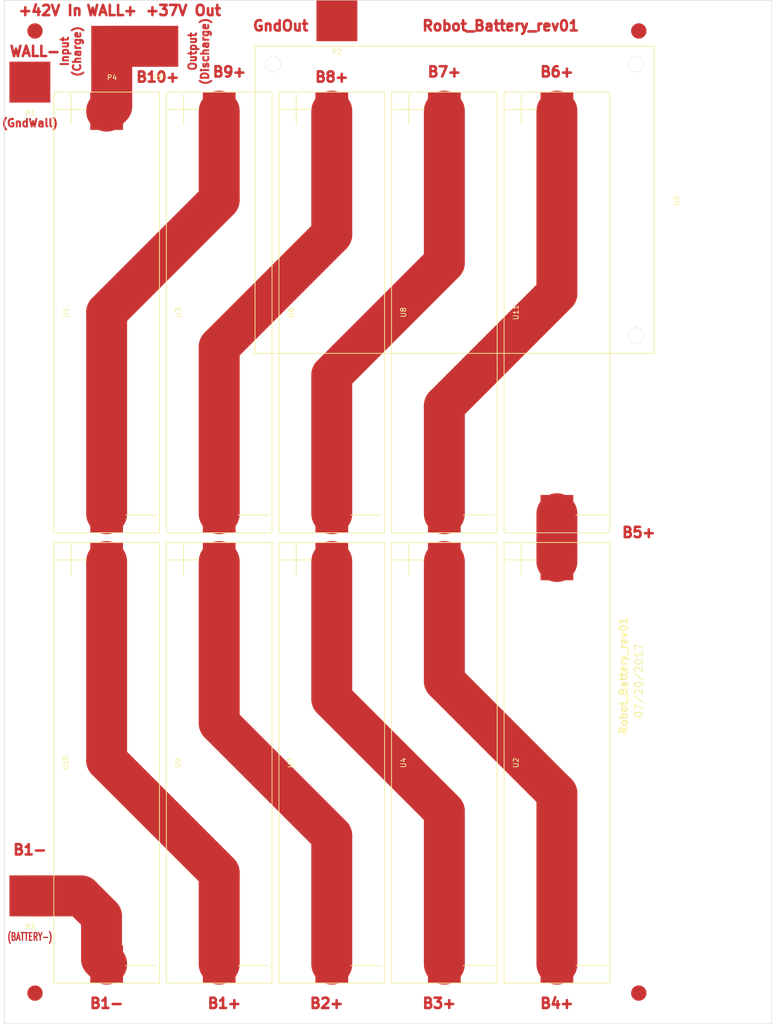
<source format=kicad_pcb>
(kicad_pcb (version 4) (host pcbnew 4.0.6-e0-6349~53~ubuntu16.04.1)

  (general
    (links 14)
    (no_connects 2)
    (area 13.571429 10.095 164.050001 213.050001)
    (thickness 1.6)
    (drawings 50)
    (tracks 32)
    (zones 0)
    (modules 20)
    (nets 13)
  )

  (page A)
  (layers
    (0 F.Cu signal)
    (31 B.Cu signal)
    (32 B.Adhes user)
    (33 F.Adhes user)
    (34 B.Paste user)
    (35 F.Paste user)
    (36 B.SilkS user)
    (37 F.SilkS user)
    (38 B.Mask user)
    (39 F.Mask user)
    (40 Dwgs.User user)
    (41 Cmts.User user)
    (42 Eco1.User user)
    (43 Eco2.User user)
    (44 Edge.Cuts user)
  )

  (setup
    (last_trace_width 0.25)
    (user_trace_width 0.1)
    (user_trace_width 0.2)
    (user_trace_width 0.25)
    (user_trace_width 0.3)
    (user_trace_width 2)
    (user_trace_width 4)
    (user_trace_width 6)
    (user_trace_width 8)
    (trace_clearance 0.08)
    (zone_clearance 0.4)
    (zone_45_only no)
    (trace_min 0.1)
    (segment_width 0.2)
    (edge_width 0.1)
    (via_size 0.7)
    (via_drill 0.4)
    (via_min_size 0.7)
    (via_min_drill 0.4)
    (uvia_size 0.4)
    (uvia_drill 0.127)
    (uvias_allowed no)
    (uvia_min_size 0.4)
    (uvia_min_drill 0.127)
    (pcb_text_width 0.3)
    (pcb_text_size 1.5 1.5)
    (mod_edge_width 0.15)
    (mod_text_size 1 1)
    (mod_text_width 0.15)
    (pad_size 3 3)
    (pad_drill 0)
    (pad_to_mask_clearance 0)
    (pad_to_paste_clearance_ratio -0.1)
    (aux_axis_origin 0 0)
    (visible_elements 7FFFFFFF)
    (pcbplotparams
      (layerselection 0x010fc_80000001)
      (usegerberextensions false)
      (excludeedgelayer true)
      (linewidth 0.150000)
      (plotframeref false)
      (viasonmask false)
      (mode 1)
      (useauxorigin false)
      (hpglpennumber 1)
      (hpglpenspeed 20)
      (hpglpendiameter 15)
      (hpglpenoverlay 2)
      (psnegative false)
      (psa4output false)
      (plotreference true)
      (plotvalue true)
      (plotinvisibletext false)
      (padsonsilk false)
      (subtractmaskfromsilk false)
      (outputformat 1)
      (mirror false)
      (drillshape 0)
      (scaleselection 1)
      (outputdirectory PCB))
  )

  (net 0 "")
  (net 1 B10+)
  (net 2 B9+)
  (net 3 B5+)
  (net 4 B4+)
  (net 5 B8+)
  (net 6 B3+)
  (net 7 B7+)
  (net 8 B2+)
  (net 9 B6+)
  (net 10 B1+)
  (net 11 B1-)
  (net 12 "Net-(U5-Pad1)")

  (net_class Default "This is the default net class."
    (clearance 0.08)
    (trace_width 0.25)
    (via_dia 0.7)
    (via_drill 0.4)
    (uvia_dia 0.4)
    (uvia_drill 0.127)
    (add_net B1+)
    (add_net B1-)
    (add_net B10+)
    (add_net B2+)
    (add_net B3+)
    (add_net B4+)
    (add_net B5+)
    (add_net B6+)
    (add_net B7+)
    (add_net B8+)
    (add_net B9+)
    (add_net "Net-(U5-Pad1)")
  )

  (module ted_connectors:18650_Battery_Holder_SMD (layer F.Cu) (tedit 5987A5E5) (tstamp 59714CEE)
    (at 100 162 270)
    (path /596FB773)
    (fp_text reference U4 (at 0 8 270) (layer F.SilkS)
      (effects (font (size 1 1) (thickness 0.15)))
    )
    (fp_text value BatteryHolder_18650_1x1 (at 0.5 -6 270) (layer F.Fab)
      (effects (font (size 1 1) (thickness 0.15)))
    )
    (fp_line (start 39.6 -3.7) (end 39.6 -9.7) (layer F.SilkS) (width 0.15))
    (fp_line (start -36.65 6.95) (end -42.65 6.95) (layer F.SilkS) (width 0.15))
    (fp_line (start -39.65 9.95) (end -39.65 3.95) (layer F.SilkS) (width 0.15))
    (fp_line (start -43.05 -10.325) (end -43.05 10.325) (layer F.SilkS) (width 0.15))
    (fp_line (start 43.05 -10.325) (end 43.05 10.325) (layer F.SilkS) (width 0.15))
    (fp_line (start -43.05 10.325) (end 43.05 10.325) (layer F.SilkS) (width 0.15))
    (fp_line (start -43.05 -10.325) (end 43.05 -10.325) (layer F.SilkS) (width 0.15))
    (pad 1 smd rect (at -39.335 0 270) (size 7.34 6.4) (layers F.Cu F.Paste F.Mask)
      (net 4 B4+))
    (pad 2 smd rect (at 39.335 0 270) (size 7.34 6.4) (layers F.Cu F.Paste F.Mask)
      (net 6 B3+))
  )

  (module ted_connectors:Battery_Charger_LH_HP145A (layer F.Cu) (tedit 598773FE) (tstamp 59714CF6)
    (at 102 52 90)
    (path /596FD51B)
    (fp_text reference U5 (at -0.1 43.4 90) (layer F.SilkS)
      (effects (font (size 1 1) (thickness 0.15)))
    )
    (fp_text value Battery_Charger_10S (at 0.1 -29.3 90) (layer F.Fab)
      (effects (font (size 1 1) (thickness 0.15)))
    )
    (fp_line (start -30 39) (end 30 39) (layer F.SilkS) (width 0.15))
    (fp_line (start -30 -39) (end 30 -39) (layer F.SilkS) (width 0.15))
    (fp_line (start 30 -39) (end 30 39) (layer F.SilkS) (width 0.15))
    (fp_line (start -30 -39) (end -30 39) (layer F.SilkS) (width 0.15))
    (pad 1 thru_hole circle (at -26.5 35.5 90) (size 3 3) (drill 3) (layers *.Cu *.Mask)
      (net 12 "Net-(U5-Pad1)"))
    (pad 1 thru_hole circle (at 26.5 35.5 90) (size 3 3) (drill 3) (layers *.Cu *.Mask)
      (net 12 "Net-(U5-Pad1)"))
    (pad 1 thru_hole circle (at 26.5 -35.5 90) (size 3 3) (drill 3) (layers *.Cu *.Mask)
      (net 12 "Net-(U5-Pad1)"))
  )

  (module ted_connectors:18650_Battery_Holder_SMD (layer F.Cu) (tedit 5987A57C) (tstamp 59714D50)
    (at 122 74 270)
    (path /596FB641)
    (fp_text reference U11 (at 0 8 270) (layer F.SilkS)
      (effects (font (size 1 1) (thickness 0.15)))
    )
    (fp_text value BatteryHolder_18650_1x1 (at 0.5 -6 270) (layer F.Fab)
      (effects (font (size 1 1) (thickness 0.15)))
    )
    (fp_line (start 39.6 -3.7) (end 39.6 -9.7) (layer F.SilkS) (width 0.15))
    (fp_line (start -36.65 6.95) (end -42.65 6.95) (layer F.SilkS) (width 0.15))
    (fp_line (start -39.65 9.95) (end -39.65 3.95) (layer F.SilkS) (width 0.15))
    (fp_line (start -43.05 -10.325) (end -43.05 10.325) (layer F.SilkS) (width 0.15))
    (fp_line (start 43.05 -10.325) (end 43.05 10.325) (layer F.SilkS) (width 0.15))
    (fp_line (start -43.05 10.325) (end 43.05 10.325) (layer F.SilkS) (width 0.15))
    (fp_line (start -43.05 -10.325) (end 43.05 -10.325) (layer F.SilkS) (width 0.15))
    (pad 1 smd rect (at -39.335 0 270) (size 7.34 6.4) (layers F.Cu F.Paste F.Mask)
      (net 9 B6+))
    (pad 2 smd rect (at 39.335 0 270) (size 7.34 6.4) (layers F.Cu F.Paste F.Mask)
      (net 3 B5+))
  )

  (module ted_connectors:18650_Battery_Holder_SMD (layer F.Cu) (tedit 5987A60A) (tstamp 59714D41)
    (at 34 162 270)
    (path /596FB785)
    (fp_text reference U10 (at 0 8 270) (layer F.SilkS)
      (effects (font (size 1 1) (thickness 0.15)))
    )
    (fp_text value BatteryHolder_18650_1x1 (at 0.5 -6 270) (layer F.Fab)
      (effects (font (size 1 1) (thickness 0.15)))
    )
    (fp_line (start 39.6 -3.7) (end 39.6 -9.7) (layer F.SilkS) (width 0.15))
    (fp_line (start -36.65 6.95) (end -42.65 6.95) (layer F.SilkS) (width 0.15))
    (fp_line (start -39.65 9.95) (end -39.65 3.95) (layer F.SilkS) (width 0.15))
    (fp_line (start -43.05 -10.325) (end -43.05 10.325) (layer F.SilkS) (width 0.15))
    (fp_line (start 43.05 -10.325) (end 43.05 10.325) (layer F.SilkS) (width 0.15))
    (fp_line (start -43.05 10.325) (end 43.05 10.325) (layer F.SilkS) (width 0.15))
    (fp_line (start -43.05 -10.325) (end 43.05 -10.325) (layer F.SilkS) (width 0.15))
    (pad 1 smd rect (at -39.335 0 270) (size 7.34 6.4) (layers F.Cu F.Paste F.Mask)
      (net 10 B1+))
    (pad 2 smd rect (at 39.335 0 270) (size 7.34 6.4) (layers F.Cu F.Paste F.Mask)
      (net 11 B1-))
  )

  (module ted_connectors:18650_Battery_Holder_SMD (layer F.Cu) (tedit 5987A5FD) (tstamp 59714D32)
    (at 56 162 270)
    (path /596FB77F)
    (fp_text reference U9 (at 0 8 270) (layer F.SilkS)
      (effects (font (size 1 1) (thickness 0.15)))
    )
    (fp_text value BatteryHolder_18650_1x1 (at 0.5 -6 270) (layer F.Fab)
      (effects (font (size 1 1) (thickness 0.15)))
    )
    (fp_line (start 39.6 -3.7) (end 39.6 -9.7) (layer F.SilkS) (width 0.15))
    (fp_line (start -36.65 6.95) (end -42.65 6.95) (layer F.SilkS) (width 0.15))
    (fp_line (start -39.65 9.95) (end -39.65 3.95) (layer F.SilkS) (width 0.15))
    (fp_line (start -43.05 -10.325) (end -43.05 10.325) (layer F.SilkS) (width 0.15))
    (fp_line (start 43.05 -10.325) (end 43.05 10.325) (layer F.SilkS) (width 0.15))
    (fp_line (start -43.05 10.325) (end 43.05 10.325) (layer F.SilkS) (width 0.15))
    (fp_line (start -43.05 -10.325) (end 43.05 -10.325) (layer F.SilkS) (width 0.15))
    (pad 1 smd rect (at -39.335 0 270) (size 7.34 6.4) (layers F.Cu F.Paste F.Mask)
      (net 8 B2+))
    (pad 2 smd rect (at 39.335 0 270) (size 7.34 6.4) (layers F.Cu F.Paste F.Mask)
      (net 10 B1+))
  )

  (module ted_connectors:18650_Battery_Holder_SMD (layer F.Cu) (tedit 5987A588) (tstamp 59714D23)
    (at 100 74 270)
    (path /596FB5B6)
    (fp_text reference U8 (at 0 8 270) (layer F.SilkS)
      (effects (font (size 1 1) (thickness 0.15)))
    )
    (fp_text value BatteryHolder_18650_1x1 (at 0.5 -6 270) (layer F.Fab)
      (effects (font (size 1 1) (thickness 0.15)))
    )
    (fp_line (start 39.6 -3.7) (end 39.6 -9.7) (layer F.SilkS) (width 0.15))
    (fp_line (start -36.65 6.95) (end -42.65 6.95) (layer F.SilkS) (width 0.15))
    (fp_line (start -39.65 9.95) (end -39.65 3.95) (layer F.SilkS) (width 0.15))
    (fp_line (start -43.05 -10.325) (end -43.05 10.325) (layer F.SilkS) (width 0.15))
    (fp_line (start 43.05 -10.325) (end 43.05 10.325) (layer F.SilkS) (width 0.15))
    (fp_line (start -43.05 10.325) (end 43.05 10.325) (layer F.SilkS) (width 0.15))
    (fp_line (start -43.05 -10.325) (end 43.05 -10.325) (layer F.SilkS) (width 0.15))
    (pad 1 smd rect (at -39.335 0 270) (size 7.34 6.4) (layers F.Cu F.Paste F.Mask)
      (net 7 B7+))
    (pad 2 smd rect (at 39.335 0 270) (size 7.34 6.4) (layers F.Cu F.Paste F.Mask)
      (net 9 B6+))
  )

  (module ted_connectors:18650_Battery_Holder_SMD (layer F.Cu) (tedit 5987A5F0) (tstamp 59714D14)
    (at 78 162 270)
    (path /596FB779)
    (fp_text reference U7 (at 0 8 270) (layer F.SilkS)
      (effects (font (size 1 1) (thickness 0.15)))
    )
    (fp_text value BatteryHolder_18650_1x1 (at 0.5 -6 270) (layer F.Fab)
      (effects (font (size 1 1) (thickness 0.15)))
    )
    (fp_line (start 39.6 -3.7) (end 39.6 -9.7) (layer F.SilkS) (width 0.15))
    (fp_line (start -36.65 6.95) (end -42.65 6.95) (layer F.SilkS) (width 0.15))
    (fp_line (start -39.65 9.95) (end -39.65 3.95) (layer F.SilkS) (width 0.15))
    (fp_line (start -43.05 -10.325) (end -43.05 10.325) (layer F.SilkS) (width 0.15))
    (fp_line (start 43.05 -10.325) (end 43.05 10.325) (layer F.SilkS) (width 0.15))
    (fp_line (start -43.05 10.325) (end 43.05 10.325) (layer F.SilkS) (width 0.15))
    (fp_line (start -43.05 -10.325) (end 43.05 -10.325) (layer F.SilkS) (width 0.15))
    (pad 1 smd rect (at -39.335 0 270) (size 7.34 6.4) (layers F.Cu F.Paste F.Mask)
      (net 6 B3+))
    (pad 2 smd rect (at 39.335 0 270) (size 7.34 6.4) (layers F.Cu F.Paste F.Mask)
      (net 8 B2+))
  )

  (module ted_connectors:18650_Battery_Holder_SMD (layer F.Cu) (tedit 5987A595) (tstamp 59714D05)
    (at 78 74 270)
    (path /596FB5B0)
    (fp_text reference U6 (at 0 8 270) (layer F.SilkS)
      (effects (font (size 1 1) (thickness 0.15)))
    )
    (fp_text value BatteryHolder_18650_1x1 (at 0.5 -6 270) (layer F.Fab)
      (effects (font (size 1 1) (thickness 0.15)))
    )
    (fp_line (start 39.6 -3.7) (end 39.6 -9.7) (layer F.SilkS) (width 0.15))
    (fp_line (start -36.65 6.95) (end -42.65 6.95) (layer F.SilkS) (width 0.15))
    (fp_line (start -39.65 9.95) (end -39.65 3.95) (layer F.SilkS) (width 0.15))
    (fp_line (start -43.05 -10.325) (end -43.05 10.325) (layer F.SilkS) (width 0.15))
    (fp_line (start 43.05 -10.325) (end 43.05 10.325) (layer F.SilkS) (width 0.15))
    (fp_line (start -43.05 10.325) (end 43.05 10.325) (layer F.SilkS) (width 0.15))
    (fp_line (start -43.05 -10.325) (end 43.05 -10.325) (layer F.SilkS) (width 0.15))
    (pad 1 smd rect (at -39.335 0 270) (size 7.34 6.4) (layers F.Cu F.Paste F.Mask)
      (net 5 B8+))
    (pad 2 smd rect (at 39.335 0 270) (size 7.34 6.4) (layers F.Cu F.Paste F.Mask)
      (net 7 B7+))
  )

  (module ted_connectors:18650_Battery_Holder_SMD (layer F.Cu) (tedit 5987A5A0) (tstamp 59714CDF)
    (at 56 74 270)
    (path /596FB4F2)
    (fp_text reference U3 (at 0 8 270) (layer F.SilkS)
      (effects (font (size 1 1) (thickness 0.15)))
    )
    (fp_text value BatteryHolder_18650_1x1 (at 0.5 -6 270) (layer F.Fab)
      (effects (font (size 1 1) (thickness 0.15)))
    )
    (fp_line (start 39.6 -3.7) (end 39.6 -9.7) (layer F.SilkS) (width 0.15))
    (fp_line (start -36.65 6.95) (end -42.65 6.95) (layer F.SilkS) (width 0.15))
    (fp_line (start -39.65 9.95) (end -39.65 3.95) (layer F.SilkS) (width 0.15))
    (fp_line (start -43.05 -10.325) (end -43.05 10.325) (layer F.SilkS) (width 0.15))
    (fp_line (start 43.05 -10.325) (end 43.05 10.325) (layer F.SilkS) (width 0.15))
    (fp_line (start -43.05 10.325) (end 43.05 10.325) (layer F.SilkS) (width 0.15))
    (fp_line (start -43.05 -10.325) (end 43.05 -10.325) (layer F.SilkS) (width 0.15))
    (pad 1 smd rect (at -39.335 0 270) (size 7.34 6.4) (layers F.Cu F.Paste F.Mask)
      (net 2 B9+))
    (pad 2 smd rect (at 39.335 0 270) (size 7.34 6.4) (layers F.Cu F.Paste F.Mask)
      (net 5 B8+))
  )

  (module ted_connectors:18650_Battery_Holder_SMD (layer F.Cu) (tedit 5987A5DB) (tstamp 59714CD0)
    (at 122 162 270)
    (path /596FB76D)
    (fp_text reference U2 (at 0 8 270) (layer F.SilkS)
      (effects (font (size 1 1) (thickness 0.15)))
    )
    (fp_text value BatteryHolder_18650_1x1 (at 0.5 -6 270) (layer F.Fab)
      (effects (font (size 1 1) (thickness 0.15)))
    )
    (fp_line (start 39.6 -3.7) (end 39.6 -9.7) (layer F.SilkS) (width 0.15))
    (fp_line (start -36.65 6.95) (end -42.65 6.95) (layer F.SilkS) (width 0.15))
    (fp_line (start -39.65 9.95) (end -39.65 3.95) (layer F.SilkS) (width 0.15))
    (fp_line (start -43.05 -10.325) (end -43.05 10.325) (layer F.SilkS) (width 0.15))
    (fp_line (start 43.05 -10.325) (end 43.05 10.325) (layer F.SilkS) (width 0.15))
    (fp_line (start -43.05 10.325) (end 43.05 10.325) (layer F.SilkS) (width 0.15))
    (fp_line (start -43.05 -10.325) (end 43.05 -10.325) (layer F.SilkS) (width 0.15))
    (pad 1 smd rect (at -39.335 0 270) (size 7.34 6.4) (layers F.Cu F.Paste F.Mask)
      (net 3 B5+))
    (pad 2 smd rect (at 39.335 0 270) (size 7.34 6.4) (layers F.Cu F.Paste F.Mask)
      (net 4 B4+))
  )

  (module ted_connectors:18650_Battery_Holder_SMD (layer F.Cu) (tedit 5987A5AE) (tstamp 59714CC1)
    (at 34 74 270)
    (path /596FB39F)
    (fp_text reference U1 (at 0 8 270) (layer F.SilkS)
      (effects (font (size 1 1) (thickness 0.15)))
    )
    (fp_text value BatteryHolder_18650_1x1 (at 0.5 -6 270) (layer F.Fab)
      (effects (font (size 1 1) (thickness 0.15)))
    )
    (fp_line (start 39.6 -3.7) (end 39.6 -9.7) (layer F.SilkS) (width 0.15))
    (fp_line (start -36.65 6.95) (end -42.65 6.95) (layer F.SilkS) (width 0.15))
    (fp_line (start -39.65 9.95) (end -39.65 3.95) (layer F.SilkS) (width 0.15))
    (fp_line (start -43.05 -10.325) (end -43.05 10.325) (layer F.SilkS) (width 0.15))
    (fp_line (start 43.05 -10.325) (end 43.05 10.325) (layer F.SilkS) (width 0.15))
    (fp_line (start -43.05 10.325) (end 43.05 10.325) (layer F.SilkS) (width 0.15))
    (fp_line (start -43.05 -10.325) (end 43.05 -10.325) (layer F.SilkS) (width 0.15))
    (pad 1 smd rect (at -39.335 0 270) (size 7.34 6.4) (layers F.Cu F.Paste F.Mask)
      (net 1 B10+))
    (pad 2 smd rect (at 39.335 0 270) (size 7.34 6.4) (layers F.Cu F.Paste F.Mask)
      (net 2 B9+))
  )

  (module ted_holes:TED_Hole_3mm (layer F.Cu) (tedit 598773C6) (tstamp 597AC62D)
    (at 20 19)
    (path /52A15896)
    (fp_text reference H1 (at -0.05 -2.425) (layer F.SilkS) hide
      (effects (font (size 1 1) (thickness 0.15)))
    )
    (fp_text value HOLE (at 0.25 2.6) (layer F.SilkS) hide
      (effects (font (size 1 1) (thickness 0.15)))
    )
    (pad "" connect circle (at 0 0) (size 3 3) (layers F.Cu F.Mask))
  )

  (module ted_holes:TED_Hole_3mm (layer F.Cu) (tedit 598773EF) (tstamp 597AC632)
    (at 20 207)
    (path /52A158AA)
    (fp_text reference H2 (at -0.05 -2.425) (layer F.SilkS) hide
      (effects (font (size 1 1) (thickness 0.15)))
    )
    (fp_text value HOLE (at 0.25 2.6) (layer F.SilkS) hide
      (effects (font (size 1 1) (thickness 0.15)))
    )
    (pad "" connect circle (at 0 0) (size 3 3) (layers F.Cu F.Mask))
  )

  (module ted_holes:TED_Hole_3mm (layer F.Cu) (tedit 598773E1) (tstamp 597AC637)
    (at 138 207)
    (path /540F9640)
    (fp_text reference H3 (at -0.05 -2.425) (layer F.SilkS) hide
      (effects (font (size 1 1) (thickness 0.15)))
    )
    (fp_text value HOLE (at 0.25 2.6) (layer F.SilkS) hide
      (effects (font (size 1 1) (thickness 0.15)))
    )
    (pad "" connect circle (at 0 0) (size 3 3) (layers F.Cu F.Mask))
  )

  (module ted_holes:TED_Hole_3mm (layer F.Cu) (tedit 598773D2) (tstamp 597ACA29)
    (at 138 19)
    (path /597AC6D0)
    (fp_text reference H4 (at -0.05 -2.425) (layer F.SilkS) hide
      (effects (font (size 1 1) (thickness 0.15)))
    )
    (fp_text value HOLE (at 0.25 2.6) (layer F.SilkS) hide
      (effects (font (size 1 1) (thickness 0.15)))
    )
    (pad "" connect circle (at 0 0) (size 3 3) (layers F.Cu F.Mask))
  )

  (module ted_test_pads:SolderPad (layer F.Cu) (tedit 5987651A) (tstamp 5987664C)
    (at 19 29)
    (path /598763DE)
    (fp_text reference P1 (at 0.05 6.1) (layer F.SilkS)
      (effects (font (size 1 1) (thickness 0.15)))
    )
    (fp_text value GND_WALL (at -0.1 -6.05) (layer F.Fab)
      (effects (font (size 1 1) (thickness 0.15)))
    )
    (pad 1 smd rect (at 0 0) (size 8 8) (layers F.Cu F.Paste F.Mask))
  )

  (module ted_test_pads:SolderPad (layer F.Cu) (tedit 5987651A) (tstamp 59876650)
    (at 79 17)
    (path /59875F2E)
    (fp_text reference P2 (at 0.05 6.1) (layer F.SilkS)
      (effects (font (size 1 1) (thickness 0.15)))
    )
    (fp_text value GND_OUT (at -0.1 -6.05) (layer F.Fab)
      (effects (font (size 1 1) (thickness 0.15)))
    )
    (pad 1 smd rect (at 0 0) (size 8 8) (layers F.Cu F.Paste F.Mask))
  )

  (module ted_test_pads:SolderPad (layer F.Cu) (tedit 5987651A) (tstamp 59876654)
    (at 19 188)
    (path /59876295)
    (fp_text reference P3 (at 0.05 6.1) (layer F.SilkS)
      (effects (font (size 1 1) (thickness 0.15)))
    )
    (fp_text value BATTERY- (at -0.1 -6.05) (layer F.Fab)
      (effects (font (size 1 1) (thickness 0.15)))
    )
    (pad 1 smd rect (at 0 0) (size 8 8) (layers F.Cu F.Paste F.Mask)
      (net 11 B1-))
  )

  (module ted_test_pads:SolderPad (layer F.Cu) (tedit 5987651A) (tstamp 5987665C)
    (at 35 22)
    (path /5987766D)
    (fp_text reference P4 (at 0.05 6.1) (layer F.SilkS)
      (effects (font (size 1 1) (thickness 0.15)))
    )
    (fp_text value VWall (at -0.1 -6.05) (layer F.Fab)
      (effects (font (size 1 1) (thickness 0.15)))
    )
    (pad 1 smd rect (at 0 0) (size 8 8) (layers F.Cu F.Paste F.Mask)
      (net 1 B10+))
  )

  (module ted_test_pads:SolderPad (layer F.Cu) (tedit 5987651A) (tstamp 59876661)
    (at 44 22)
    (path /5987787D)
    (fp_text reference P5 (at 0.05 6.1) (layer F.SilkS)
      (effects (font (size 1 1) (thickness 0.15)))
    )
    (fp_text value VOut (at -0.1 -6.05) (layer F.Fab)
      (effects (font (size 1 1) (thickness 0.15)))
    )
    (pad 1 smd rect (at 0 0) (size 8 8) (layers F.Cu F.Paste F.Mask)
      (net 1 B10+))
  )

  (gr_text B1- (at 19 179) (layer F.Mask) (tstamp 5987A474)
    (effects (font (size 2 2) (thickness 0.5)))
  )
  (gr_text "(BATTERY-)" (at 19 196) (layer F.Mask) (tstamp 5987A473)
    (effects (font (size 1.5 1) (thickness 0.25)))
  )
  (gr_text Robot_Battery_rev01 (at 111 18) (layer F.Mask) (tstamp 5987A3DF)
    (effects (font (size 2 2) (thickness 0.5)))
  )
  (gr_text WALL+ (at 35 15) (layer F.Mask) (tstamp 5987A3DE)
    (effects (font (size 2 2) (thickness 0.5)))
  )
  (gr_text "+37V Out" (at 49 15) (layer F.Mask) (tstamp 5987A3DD)
    (effects (font (size 2 2) (thickness 0.5)))
  )
  (gr_text "Output\n(Discharge)" (at 52 23 90) (layer F.Mask) (tstamp 5987A3DC)
    (effects (font (size 1.5 1.5) (thickness 0.375)))
  )
  (gr_text GndOut (at 68 18) (layer F.Mask) (tstamp 5987A3DB)
    (effects (font (size 2 2) (thickness 0.5)))
  )
  (gr_text B10+ (at 44 28) (layer F.Mask) (tstamp 5987A3DA)
    (effects (font (size 2 2) (thickness 0.5)))
  )
  (gr_text B9+ (at 58 27) (layer F.Mask) (tstamp 5987A3D9)
    (effects (font (size 2 2) (thickness 0.5)))
  )
  (gr_text B8+ (at 78 28) (layer F.Mask) (tstamp 5987A3D8)
    (effects (font (size 2 2) (thickness 0.5)))
  )
  (gr_text B7+ (at 100 27) (layer F.Mask) (tstamp 5987A3D7)
    (effects (font (size 2 2) (thickness 0.5)))
  )
  (gr_text B6+ (at 122 27) (layer F.Mask) (tstamp 5987A3D6)
    (effects (font (size 2 2) (thickness 0.5)))
  )
  (gr_text B5+ (at 138 117) (layer F.Mask) (tstamp 5987A3D5)
    (effects (font (size 2 2) (thickness 0.5)))
  )
  (gr_text B4+ (at 122 209) (layer F.Mask) (tstamp 5987A3D4)
    (effects (font (size 2 2) (thickness 0.5)))
  )
  (gr_text B3+ (at 99 209) (layer F.Mask) (tstamp 5987A3D3)
    (effects (font (size 2 2) (thickness 0.5)))
  )
  (gr_text B2+ (at 77 209) (layer F.Mask) (tstamp 5987A3D2)
    (effects (font (size 2 2) (thickness 0.5)))
  )
  (gr_text B1+ (at 57 209) (layer F.Mask) (tstamp 5987A3D1)
    (effects (font (size 2 2) (thickness 0.5)))
  )
  (gr_text B1- (at 34 209) (layer F.Mask) (tstamp 5987A3D0)
    (effects (font (size 2 2) (thickness 0.5)))
  )
  (gr_text "Input\n(Charge)" (at 27 23 90) (layer F.Cu) (tstamp 5987A395)
    (effects (font (size 1.5 1.5) (thickness 0.375)))
  )
  (gr_text "(GndWall)" (at 19 37) (layer F.Cu) (tstamp 5987A394)
    (effects (font (size 1.5 1.5) (thickness 0.375)))
  )
  (gr_text WALL- (at 20 23) (layer F.Cu) (tstamp 5987A393)
    (effects (font (size 2 2) (thickness 0.5)))
  )
  (gr_text "+42V In" (at 23 15) (layer F.Cu) (tstamp 5987A392)
    (effects (font (size 2 2) (thickness 0.5)))
  )
  (gr_text B1- (at 34 209) (layer F.Cu)
    (effects (font (size 2 2) (thickness 0.5)))
  )
  (gr_text B1+ (at 57 209) (layer F.Cu)
    (effects (font (size 2 2) (thickness 0.5)))
  )
  (gr_text B2+ (at 77 209) (layer F.Cu)
    (effects (font (size 2 2) (thickness 0.5)))
  )
  (gr_text B3+ (at 99 209) (layer F.Cu)
    (effects (font (size 2 2) (thickness 0.5)))
  )
  (gr_text B4+ (at 122 209) (layer F.Cu)
    (effects (font (size 2 2) (thickness 0.5)))
  )
  (gr_text B5+ (at 138 117) (layer F.Cu)
    (effects (font (size 2 2) (thickness 0.5)))
  )
  (gr_text B6+ (at 122 27) (layer F.Cu)
    (effects (font (size 2 2) (thickness 0.5)))
  )
  (gr_text B7+ (at 100 27) (layer F.Cu)
    (effects (font (size 2 2) (thickness 0.5)))
  )
  (gr_text B8+ (at 78 28) (layer F.Cu)
    (effects (font (size 2 2) (thickness 0.5)))
  )
  (gr_text B9+ (at 58 27) (layer F.Cu)
    (effects (font (size 2 2) (thickness 0.5)))
  )
  (gr_text B10+ (at 44 28) (layer F.Cu)
    (effects (font (size 2 2) (thickness 0.5)))
  )
  (gr_text "+42V In" (at 23 15) (layer F.Mask)
    (effects (font (size 2 2) (thickness 0.5)))
  )
  (gr_text "(BATTERY-)" (at 19 196) (layer F.Cu)
    (effects (font (size 1.5 1) (thickness 0.25)))
  )
  (gr_text GndOut (at 68 18) (layer F.Cu)
    (effects (font (size 2 2) (thickness 0.5)))
  )
  (gr_text WALL- (at 20 23) (layer F.Mask)
    (effects (font (size 2 2) (thickness 0.5)))
  )
  (gr_text "(GndWall)" (at 19 37) (layer F.Mask)
    (effects (font (size 1.5 1.5) (thickness 0.375)))
  )
  (gr_text B1- (at 19 179) (layer F.Cu)
    (effects (font (size 2 2) (thickness 0.5)))
  )
  (gr_text "Output\n(Discharge)" (at 52 23 90) (layer F.Cu)
    (effects (font (size 1.5 1.5) (thickness 0.375)))
  )
  (gr_text "Input\n(Charge)" (at 27 23 90) (layer F.Mask)
    (effects (font (size 1.5 1.5) (thickness 0.375)))
  )
  (gr_text "+37V Out" (at 49 15) (layer F.Cu)
    (effects (font (size 2 2) (thickness 0.5)))
  )
  (gr_text WALL+ (at 35 15) (layer F.Cu)
    (effects (font (size 2 2) (thickness 0.5)))
  )
  (gr_line (start 164 13) (end 164 213) (angle 90) (layer Edge.Cuts) (width 0.1))
  (gr_line (start 14 213) (end 164 213) (angle 90) (layer Edge.Cuts) (width 0.1))
  (gr_line (start 14 13) (end 14 213) (angle 90) (layer Edge.Cuts) (width 0.1))
  (gr_line (start 14 13) (end 164 13) (angle 90) (layer Edge.Cuts) (width 0.1))
  (gr_text Robot_Battery_rev01 (at 111 18) (layer F.Cu)
    (effects (font (size 2 2) (thickness 0.5)))
  )
  (gr_text Robot_Battery_rev01 (at 135 145 90) (layer F.SilkS)
    (effects (font (size 1.5 1.5) (thickness 0.3)))
  )
  (gr_text 07/20/2017 (at 138 146 90) (layer F.SilkS)
    (effects (font (size 1.5 1.5) (thickness 0.2)))
  )

  (segment (start 35 22) (end 44 22) (width 8) (layer F.Cu) (net 1))
  (segment (start 35 22) (end 35 33.665) (width 8) (layer F.Cu) (net 1))
  (segment (start 35 33.665) (end 34 34.665) (width 8) (layer F.Cu) (net 1) (tstamp 598766F7))
  (segment (start 56 34.665) (end 56 52) (width 8) (layer F.Cu) (net 2))
  (segment (start 34 74) (end 34 113.335) (width 8) (layer F.Cu) (net 2) (tstamp 597EBF58))
  (segment (start 56 52) (end 34 74) (width 8) (layer F.Cu) (net 2) (tstamp 597EBF56))
  (segment (start 122 113.335) (end 122 122.665) (width 8) (layer F.Cu) (net 3))
  (segment (start 100 122.665) (end 100 146) (width 8) (layer F.Cu) (net 4))
  (segment (start 122 168) (end 122 201.335) (width 8) (layer F.Cu) (net 4) (tstamp 597EBF6D))
  (segment (start 100 146) (end 122 168) (width 8) (layer F.Cu) (net 4) (tstamp 597EBF6C))
  (segment (start 78 34.665) (end 78 58.75) (width 8) (layer F.Cu) (net 5))
  (segment (start 56 80.75) (end 56 113.335) (width 8) (layer F.Cu) (net 5) (tstamp 597EBF5D))
  (segment (start 78 58.75) (end 56 80.75) (width 8) (layer F.Cu) (net 5) (tstamp 597EBF5C))
  (segment (start 78 122.665) (end 78 149.5) (width 8) (layer F.Cu) (net 6))
  (segment (start 100 171.5) (end 100 201.335) (width 8) (layer F.Cu) (net 6) (tstamp 597EBF72))
  (segment (start 78 149.5) (end 100 171.5) (width 8) (layer F.Cu) (net 6) (tstamp 597EBF71))
  (segment (start 100 34.665) (end 100 64.25) (width 8) (layer F.Cu) (net 7))
  (segment (start 78 86.25) (end 78 113.335) (width 8) (layer F.Cu) (net 7) (tstamp 597EBF61))
  (segment (start 100 64.25) (end 78 86.25) (width 8) (layer F.Cu) (net 7) (tstamp 597EBF60))
  (segment (start 56 122.665) (end 56 154.25) (width 8) (layer F.Cu) (net 8))
  (segment (start 78 176.25) (end 78 201.335) (width 8) (layer F.Cu) (net 8) (tstamp 597EBF76))
  (segment (start 56 154.25) (end 78 176.25) (width 8) (layer F.Cu) (net 8) (tstamp 597EBF75))
  (segment (start 122 34.665) (end 122 70.25) (width 8) (layer F.Cu) (net 9))
  (segment (start 100 92.25) (end 100 113.335) (width 8) (layer F.Cu) (net 9) (tstamp 597EBF65))
  (segment (start 122 70.25) (end 100 92.25) (width 8) (layer F.Cu) (net 9) (tstamp 597EBF64))
  (segment (start 34 122.665) (end 34 161.5) (width 8) (layer F.Cu) (net 10))
  (segment (start 56 183.5) (end 56 201.335) (width 8) (layer F.Cu) (net 10) (tstamp 597EBF7A))
  (segment (start 34 161.5) (end 56 183.5) (width 8) (layer F.Cu) (net 10) (tstamp 597EBF79))
  (segment (start 19 188) (end 29 188) (width 8) (layer F.Cu) (net 11))
  (segment (start 33 192) (end 33 200.335) (width 8) (layer F.Cu) (net 11) (tstamp 598766EF))
  (segment (start 29 188) (end 33 192) (width 8) (layer F.Cu) (net 11) (tstamp 598766EE))
  (segment (start 33 200.335) (end 34 201.335) (width 8) (layer F.Cu) (net 11) (tstamp 598766F0))

)

</source>
